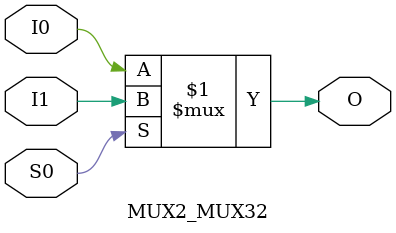
<source format=v>
`ifdef verilator3
`else
`timescale 1 ps / 1 ps
`endif

module MUX2_MUX32
(
    input  I0,
    input  I1,
    input  S0,
    output O
);

    assign O = (S0) ? I1 : I0;

endmodule

</source>
